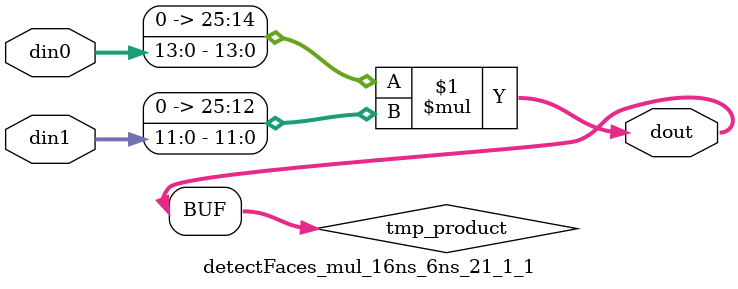
<source format=v>

`timescale 1 ns / 1 ps

  module detectFaces_mul_16ns_6ns_21_1_1(din0, din1, dout);
parameter ID = 1;
parameter NUM_STAGE = 0;
parameter din0_WIDTH = 14;
parameter din1_WIDTH = 12;
parameter dout_WIDTH = 26;

input [din0_WIDTH - 1 : 0] din0; 
input [din1_WIDTH - 1 : 0] din1; 
output [dout_WIDTH - 1 : 0] dout;

wire signed [dout_WIDTH - 1 : 0] tmp_product;










assign tmp_product = $signed({1'b0, din0}) * $signed({1'b0, din1});











assign dout = tmp_product;







endmodule

</source>
